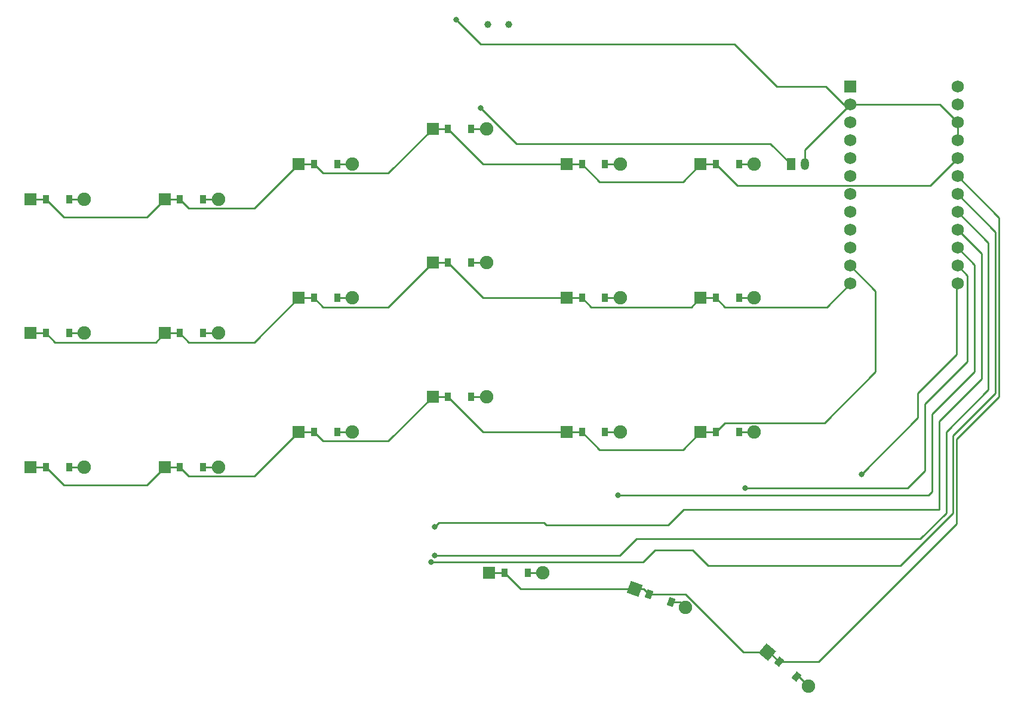
<source format=gbr>
%TF.GenerationSoftware,KiCad,Pcbnew,9.0.3*%
%TF.CreationDate,2025-09-27T17:43:50-06:00*%
%TF.ProjectId,left_connected,6c656674-5f63-46f6-9e6e-65637465642e,v1.0.0*%
%TF.SameCoordinates,Original*%
%TF.FileFunction,Copper,L1,Top*%
%TF.FilePolarity,Positive*%
%FSLAX46Y46*%
G04 Gerber Fmt 4.6, Leading zero omitted, Abs format (unit mm)*
G04 Created by KiCad (PCBNEW 9.0.3) date 2025-09-27 17:43:50*
%MOMM*%
%LPD*%
G01*
G04 APERTURE LIST*
G04 Aperture macros list*
%AMRotRect*
0 Rectangle, with rotation*
0 The origin of the aperture is its center*
0 $1 length*
0 $2 width*
0 $3 Rotation angle, in degrees counterclockwise*
0 Add horizontal line*
21,1,$1,$2,0,0,$3*%
G04 Aperture macros list end*
%TA.AperFunction,WasherPad*%
%ADD10C,1.000000*%
%TD*%
%TA.AperFunction,ComponentPad*%
%ADD11R,1.778000X1.778000*%
%TD*%
%TA.AperFunction,SMDPad,CuDef*%
%ADD12R,0.900000X1.200000*%
%TD*%
%TA.AperFunction,ComponentPad*%
%ADD13C,1.905000*%
%TD*%
%TA.AperFunction,ComponentPad*%
%ADD14RotRect,1.778000X1.778000X340.000000*%
%TD*%
%TA.AperFunction,SMDPad,CuDef*%
%ADD15RotRect,0.900000X1.200000X340.000000*%
%TD*%
%TA.AperFunction,ComponentPad*%
%ADD16R,1.200000X1.700000*%
%TD*%
%TA.AperFunction,ComponentPad*%
%ADD17O,1.200000X1.700000*%
%TD*%
%TA.AperFunction,ComponentPad*%
%ADD18R,1.752600X1.752600*%
%TD*%
%TA.AperFunction,ComponentPad*%
%ADD19C,1.752600*%
%TD*%
%TA.AperFunction,ComponentPad*%
%ADD20RotRect,1.778000X1.778000X320.000000*%
%TD*%
%TA.AperFunction,SMDPad,CuDef*%
%ADD21RotRect,0.900000X1.200000X320.000000*%
%TD*%
%TA.AperFunction,ViaPad*%
%ADD22C,0.800000*%
%TD*%
%TA.AperFunction,Conductor*%
%ADD23C,0.250000*%
%TD*%
G04 APERTURE END LIST*
D10*
%TO.P,T1,*%
%TO.N,*%
X161000000Y-42200000D03*
X164000000Y-42200000D03*
%TD*%
D11*
%TO.P,D9,1*%
%TO.N,P2*%
X134190000Y-62000000D03*
D12*
X136350000Y-62000000D03*
%TO.P,D9,2*%
%TO.N,ring_top*%
X139650000Y-62000000D03*
D13*
X141810000Y-62000000D03*
%TD*%
D11*
%TO.P,D6,1*%
%TO.N,P2*%
X115190000Y-67000000D03*
D12*
X117350000Y-67000000D03*
%TO.P,D6,2*%
%TO.N,pinky_top*%
X120650000Y-67000000D03*
D13*
X122810000Y-67000000D03*
%TD*%
D11*
%TO.P,D5,1*%
%TO.N,P10*%
X115190000Y-86000000D03*
D12*
X117350000Y-86000000D03*
%TO.P,D5,2*%
%TO.N,pinky_home*%
X120650000Y-86000000D03*
D13*
X122810000Y-86000000D03*
%TD*%
D11*
%TO.P,D12,1*%
%TO.N,P2*%
X153190000Y-57000000D03*
D12*
X155350000Y-57000000D03*
%TO.P,D12,2*%
%TO.N,middle_top*%
X158650000Y-57000000D03*
D13*
X160810000Y-57000000D03*
%TD*%
D11*
%TO.P,D1,1*%
%TO.N,P16*%
X96190000Y-105000000D03*
D12*
X98350000Y-105000000D03*
%TO.P,D1,2*%
%TO.N,outer_bottom*%
X101650000Y-105000000D03*
D13*
X103810000Y-105000000D03*
%TD*%
D14*
%TO.P,D20,1*%
%TO.N,P3*%
X181842758Y-122298027D03*
D15*
X183872494Y-123036791D03*
%TO.P,D20,2*%
%TO.N,home_thumb*%
X186973480Y-124165457D03*
D13*
X189003216Y-124904221D03*
%TD*%
D11*
%TO.P,D16,1*%
%TO.N,P16*%
X191190000Y-100000000D03*
D12*
X193350000Y-100000000D03*
%TO.P,D16,2*%
%TO.N,inner_bottom*%
X196650000Y-100000000D03*
D13*
X198810000Y-100000000D03*
%TD*%
D16*
%TO.P,JST1,1*%
%TO.N,pos*%
X204000000Y-62000000D03*
D17*
%TO.P,JST1,2*%
%TO.N,GND*%
X206000000Y-62000000D03*
%TD*%
D11*
%TO.P,D10,1*%
%TO.N,P16*%
X153190000Y-95000000D03*
D12*
X155350000Y-95000000D03*
%TO.P,D10,2*%
%TO.N,middle_bottom*%
X158650000Y-95000000D03*
D13*
X160810000Y-95000000D03*
%TD*%
D11*
%TO.P,D18,1*%
%TO.N,P2*%
X191190000Y-62000000D03*
D12*
X193350000Y-62000000D03*
%TO.P,D18,2*%
%TO.N,inner_top*%
X196650000Y-62000000D03*
D13*
X198810000Y-62000000D03*
%TD*%
D11*
%TO.P,D7,1*%
%TO.N,P16*%
X134190000Y-100000000D03*
D12*
X136350000Y-100000000D03*
%TO.P,D7,2*%
%TO.N,ring_bottom*%
X139650000Y-100000000D03*
D13*
X141810000Y-100000000D03*
%TD*%
D11*
%TO.P,D19,1*%
%TO.N,P3*%
X161190000Y-120000000D03*
D12*
X163350000Y-120000000D03*
%TO.P,D19,2*%
%TO.N,near_thumb*%
X166650000Y-120000000D03*
D13*
X168810000Y-120000000D03*
%TD*%
D18*
%TO.P,MCU1,1*%
%TO.N,RAW*%
X212380000Y-51030000D03*
D19*
%TO.P,MCU1,2*%
%TO.N,GND*%
X212380000Y-53570000D03*
%TO.P,MCU1,3*%
%TO.N,RST*%
X212380000Y-56110000D03*
%TO.P,MCU1,4*%
%TO.N,VCC*%
X212380000Y-58650000D03*
%TO.P,MCU1,5*%
%TO.N,P21*%
X212380000Y-61190000D03*
%TO.P,MCU1,6*%
%TO.N,P20*%
X212380000Y-63730000D03*
%TO.P,MCU1,7*%
%TO.N,P19*%
X212380000Y-66270000D03*
%TO.P,MCU1,8*%
%TO.N,P18*%
X212380000Y-68810000D03*
%TO.P,MCU1,9*%
%TO.N,P15*%
X212380000Y-71350000D03*
%TO.P,MCU1,10*%
%TO.N,P14*%
X212380000Y-73890000D03*
%TO.P,MCU1,11*%
%TO.N,P16*%
X212380000Y-76430000D03*
%TO.P,MCU1,12*%
%TO.N,P10*%
X212380000Y-78970000D03*
%TO.P,MCU1,13*%
%TO.N,P1*%
X227620000Y-51030000D03*
%TO.P,MCU1,14*%
%TO.N,P0*%
X227620000Y-53570000D03*
%TO.P,MCU1,15*%
%TO.N,GND*%
X227620000Y-56110000D03*
%TO.P,MCU1,16*%
X227620000Y-58650000D03*
%TO.P,MCU1,17*%
%TO.N,P2*%
X227620000Y-61190000D03*
%TO.P,MCU1,18*%
%TO.N,P3*%
X227620000Y-63730000D03*
%TO.P,MCU1,19*%
%TO.N,P4*%
X227620000Y-66270000D03*
%TO.P,MCU1,20*%
%TO.N,P5*%
X227620000Y-68810000D03*
%TO.P,MCU1,21*%
%TO.N,P6*%
X227620000Y-71350000D03*
%TO.P,MCU1,22*%
%TO.N,P7*%
X227620000Y-73890000D03*
%TO.P,MCU1,23*%
%TO.N,P8*%
X227620000Y-76430000D03*
%TO.P,MCU1,24*%
%TO.N,P9*%
X227620000Y-78970000D03*
%TD*%
D11*
%TO.P,D14,1*%
%TO.N,P10*%
X172190000Y-81000000D03*
D12*
X174350000Y-81000000D03*
%TO.P,D14,2*%
%TO.N,index_home*%
X177650000Y-81000000D03*
D13*
X179810000Y-81000000D03*
%TD*%
D11*
%TO.P,D3,1*%
%TO.N,P2*%
X96190000Y-67000000D03*
D12*
X98350000Y-67000000D03*
%TO.P,D3,2*%
%TO.N,outer_top*%
X101650000Y-67000000D03*
D13*
X103810000Y-67000000D03*
%TD*%
D11*
%TO.P,D17,1*%
%TO.N,P10*%
X191190000Y-81000000D03*
D12*
X193350000Y-81000000D03*
%TO.P,D17,2*%
%TO.N,inner_home*%
X196650000Y-81000000D03*
D13*
X198810000Y-81000000D03*
%TD*%
D11*
%TO.P,D11,1*%
%TO.N,P10*%
X153190000Y-76000000D03*
D12*
X155350000Y-76000000D03*
%TO.P,D11,2*%
%TO.N,middle_home*%
X158650000Y-76000000D03*
D13*
X160810000Y-76000000D03*
%TD*%
D11*
%TO.P,D13,1*%
%TO.N,P16*%
X172190000Y-100000000D03*
D12*
X174350000Y-100000000D03*
%TO.P,D13,2*%
%TO.N,index_bottom*%
X177650000Y-100000000D03*
D13*
X179810000Y-100000000D03*
%TD*%
D11*
%TO.P,D2,1*%
%TO.N,P10*%
X96190000Y-86000000D03*
D12*
X98350000Y-86000000D03*
%TO.P,D2,2*%
%TO.N,outer_home*%
X101650000Y-86000000D03*
D13*
X103810000Y-86000000D03*
%TD*%
D11*
%TO.P,D15,1*%
%TO.N,P2*%
X172190000Y-62000000D03*
D12*
X174350000Y-62000000D03*
%TO.P,D15,2*%
%TO.N,index_top*%
X177650000Y-62000000D03*
D13*
X179810000Y-62000000D03*
%TD*%
D20*
%TO.P,D21,1*%
%TO.N,P3*%
X200637679Y-131220357D03*
D21*
X202292335Y-132608778D03*
%TO.P,D21,2*%
%TO.N,far_thumb*%
X204820281Y-134729978D03*
D13*
X206474937Y-136118399D03*
%TD*%
D11*
%TO.P,D8,1*%
%TO.N,P10*%
X134190000Y-81000000D03*
D12*
X136350000Y-81000000D03*
%TO.P,D8,2*%
%TO.N,ring_home*%
X139650000Y-81000000D03*
D13*
X141810000Y-81000000D03*
%TD*%
D11*
%TO.P,D4,1*%
%TO.N,P16*%
X115190000Y-105000000D03*
D12*
X117350000Y-105000000D03*
%TO.P,D4,2*%
%TO.N,pinky_bottom*%
X120650000Y-105000000D03*
D13*
X122810000Y-105000000D03*
%TD*%
D22*
%TO.N,P4*%
X153000000Y-118500000D03*
%TO.N,P5*%
X153500000Y-117500000D03*
%TO.N,P6*%
X153500000Y-113500000D03*
%TO.N,P7*%
X179500000Y-109000000D03*
%TO.N,P8*%
X197500000Y-108000000D03*
%TO.N,P9*%
X214000000Y-106000000D03*
%TO.N,GND*%
X156500000Y-41500000D03*
%TO.N,pos*%
X160000000Y-54000000D03*
%TD*%
D23*
%TO.N,P4*%
X227000000Y-111500000D02*
X227000000Y-100500000D01*
X219500000Y-119000000D02*
X227000000Y-111500000D01*
X233000000Y-94500000D02*
X233000000Y-71650000D01*
X184687839Y-116812161D02*
X190064884Y-116812161D01*
X227000000Y-100500000D02*
X233000000Y-94500000D01*
X233000000Y-71650000D02*
X227620000Y-66270000D01*
X192252723Y-119000000D02*
X219500000Y-119000000D01*
X153000000Y-118500000D02*
X183000000Y-118500000D01*
X190064884Y-116812161D02*
X192252723Y-119000000D01*
X183000000Y-118500000D02*
X184687839Y-116812161D01*
%TO.N,outer_bottom*%
X103810000Y-105000000D02*
X101650000Y-105000000D01*
%TO.N,outer_home*%
X101650000Y-86000000D02*
X103810000Y-86000000D01*
%TO.N,outer_top*%
X101650000Y-67000000D02*
X103810000Y-67000000D01*
%TO.N,P5*%
X226000000Y-100000000D02*
X232000000Y-94000000D01*
X182063739Y-115187490D02*
X222312510Y-115187490D01*
X179751229Y-117500000D02*
X182063739Y-115187490D01*
X153500000Y-117500000D02*
X179751229Y-117500000D01*
X226000000Y-111500000D02*
X226000000Y-100000000D01*
X222312510Y-115187490D02*
X226000000Y-111500000D01*
X232000000Y-94000000D02*
X232000000Y-73190000D01*
X232000000Y-73190000D02*
X227620000Y-68810000D01*
%TO.N,pinky_bottom*%
X122810000Y-105000000D02*
X120650000Y-105000000D01*
%TO.N,pinky_home*%
X120650000Y-86000000D02*
X122810000Y-86000000D01*
%TO.N,pinky_top*%
X120650000Y-67000000D02*
X122810000Y-67000000D01*
%TO.N,P6*%
X169304828Y-113207893D02*
X186618639Y-113207893D01*
X231000000Y-74730000D02*
X227620000Y-71350000D01*
X188826532Y-111000000D02*
X225000000Y-111000000D01*
X231000000Y-92500000D02*
X231000000Y-74730000D01*
X154090500Y-112909500D02*
X169006435Y-112909500D01*
X186618639Y-113207893D02*
X188826532Y-111000000D01*
X169006435Y-112909500D02*
X169304828Y-113207893D01*
X225000000Y-111000000D02*
X225000000Y-98500000D01*
X225000000Y-98500000D02*
X231000000Y-92500000D01*
X153500000Y-113500000D02*
X154090500Y-112909500D01*
%TO.N,ring_bottom*%
X141810000Y-100000000D02*
X139650000Y-100000000D01*
%TO.N,ring_home*%
X139650000Y-81000000D02*
X141810000Y-81000000D01*
%TO.N,ring_top*%
X141810000Y-62000000D02*
X139650000Y-62000000D01*
%TO.N,P7*%
X224000000Y-108500000D02*
X224000000Y-97500000D01*
X223500000Y-109000000D02*
X224000000Y-108500000D01*
X230000000Y-76270000D02*
X227620000Y-73890000D01*
X230000000Y-91500000D02*
X230000000Y-76270000D01*
X224000000Y-97500000D02*
X230000000Y-91500000D01*
X179500000Y-109000000D02*
X223500000Y-109000000D01*
%TO.N,middle_bottom*%
X158650000Y-95000000D02*
X160810000Y-95000000D01*
%TO.N,middle_home*%
X160810000Y-76000000D02*
X158650000Y-76000000D01*
%TO.N,middle_top*%
X158650000Y-57000000D02*
X160810000Y-57000000D01*
%TO.N,P8*%
X223000000Y-105500000D02*
X223000000Y-96000000D01*
X229000000Y-90000000D02*
X229000000Y-77810000D01*
X197500000Y-108000000D02*
X220500000Y-108000000D01*
X229000000Y-77810000D02*
X227620000Y-76430000D01*
X220500000Y-108000000D02*
X223000000Y-105500000D01*
X223000000Y-96000000D02*
X229000000Y-90000000D01*
%TO.N,index_bottom*%
X179810000Y-100000000D02*
X177650000Y-100000000D01*
%TO.N,index_home*%
X177650000Y-81000000D02*
X179810000Y-81000000D01*
%TO.N,index_top*%
X179810000Y-62000000D02*
X177650000Y-62000000D01*
%TO.N,P9*%
X222000000Y-98000000D02*
X222000000Y-94500000D01*
X214000000Y-106000000D02*
X222000000Y-98000000D01*
X227500000Y-89000000D02*
X227500000Y-79090000D01*
X222000000Y-94500000D02*
X227500000Y-89000000D01*
X227500000Y-79090000D02*
X227620000Y-78970000D01*
%TO.N,inner_bottom*%
X198810000Y-100000000D02*
X196650000Y-100000000D01*
%TO.N,inner_home*%
X196650000Y-81000000D02*
X198810000Y-81000000D01*
%TO.N,inner_top*%
X198810000Y-62000000D02*
X196650000Y-62000000D01*
%TO.N,near_thumb*%
X166650000Y-120000000D02*
X168810000Y-120000000D01*
%TO.N,home_thumb*%
X186973480Y-124165457D02*
X188264452Y-124165457D01*
X188264452Y-124165457D02*
X189003216Y-124904221D01*
%TO.N,far_thumb*%
X204820281Y-134729978D02*
X205086516Y-134729978D01*
X205086516Y-134729978D02*
X206474937Y-136118399D01*
%TO.N,P16*%
X136350000Y-100000000D02*
X137628500Y-101278500D01*
X98350000Y-105000000D02*
X100876000Y-107526000D01*
X136350000Y-100000000D02*
X134190000Y-100000000D01*
X174350000Y-100000000D02*
X176876000Y-102526000D01*
X208778500Y-98721500D02*
X216000000Y-91500000D01*
X117350000Y-105000000D02*
X118628500Y-106278500D01*
X118628500Y-106278500D02*
X127911500Y-106278500D01*
X153190000Y-95000000D02*
X155350000Y-95000000D01*
X216000000Y-80050000D02*
X212380000Y-76430000D01*
X117350000Y-105000000D02*
X115190000Y-105000000D01*
X96190000Y-105000000D02*
X98350000Y-105000000D01*
X194628500Y-98721500D02*
X208778500Y-98721500D01*
X146911500Y-101278500D02*
X153190000Y-95000000D01*
X137628500Y-101278500D02*
X146911500Y-101278500D01*
X193350000Y-100000000D02*
X191190000Y-100000000D01*
X112664000Y-107526000D02*
X115190000Y-105000000D01*
X216000000Y-91500000D02*
X216000000Y-80050000D01*
X188664000Y-102526000D02*
X191190000Y-100000000D01*
X127911500Y-106278500D02*
X134190000Y-100000000D01*
X193350000Y-100000000D02*
X194628500Y-98721500D01*
X155350000Y-95000000D02*
X160350000Y-100000000D01*
X176876000Y-102526000D02*
X188664000Y-102526000D01*
X174350000Y-100000000D02*
X172190000Y-100000000D01*
X160350000Y-100000000D02*
X172190000Y-100000000D01*
X100876000Y-107526000D02*
X112664000Y-107526000D01*
%TO.N,P10*%
X146911500Y-82278500D02*
X153190000Y-76000000D01*
X175628500Y-82278500D02*
X189911500Y-82278500D01*
X136350000Y-81000000D02*
X137628500Y-82278500D01*
X98350000Y-86000000D02*
X99628500Y-87278500D01*
X96190000Y-86000000D02*
X98350000Y-86000000D01*
X115190000Y-86000000D02*
X117350000Y-86000000D01*
X118628500Y-87278500D02*
X127911500Y-87278500D01*
X193350000Y-81000000D02*
X194628500Y-82278500D01*
X172190000Y-81000000D02*
X174350000Y-81000000D01*
X191190000Y-81000000D02*
X193350000Y-81000000D01*
X113911500Y-87278500D02*
X115190000Y-86000000D01*
X99628500Y-87278500D02*
X113911500Y-87278500D01*
X189911500Y-82278500D02*
X191190000Y-81000000D01*
X155350000Y-76000000D02*
X153190000Y-76000000D01*
X155350000Y-76000000D02*
X160350000Y-81000000D01*
X194628500Y-82278500D02*
X209071500Y-82278500D01*
X134190000Y-81000000D02*
X136350000Y-81000000D01*
X174350000Y-81000000D02*
X175628500Y-82278500D01*
X209071500Y-82278500D02*
X212380000Y-78970000D01*
X137628500Y-82278500D02*
X146911500Y-82278500D01*
X117350000Y-86000000D02*
X118628500Y-87278500D01*
X160350000Y-81000000D02*
X172190000Y-81000000D01*
X127911500Y-87278500D02*
X134190000Y-81000000D01*
%TO.N,P2*%
X146911500Y-63278500D02*
X153190000Y-57000000D01*
X137628500Y-63278500D02*
X146911500Y-63278500D01*
X176876000Y-64526000D02*
X188664000Y-64526000D01*
X115190000Y-67000000D02*
X117350000Y-67000000D01*
X136350000Y-62000000D02*
X134190000Y-62000000D01*
X188664000Y-64526000D02*
X191190000Y-62000000D01*
X196417700Y-65067700D02*
X223742300Y-65067700D01*
X160350000Y-62000000D02*
X172190000Y-62000000D01*
X174350000Y-62000000D02*
X176876000Y-64526000D01*
X155350000Y-57000000D02*
X160350000Y-62000000D01*
X100876000Y-69526000D02*
X112664000Y-69526000D01*
X193350000Y-62000000D02*
X196417700Y-65067700D01*
X118628500Y-68278500D02*
X127911500Y-68278500D01*
X193350000Y-62000000D02*
X191190000Y-62000000D01*
X96190000Y-67000000D02*
X98350000Y-67000000D01*
X117350000Y-67000000D02*
X118628500Y-68278500D01*
X136350000Y-62000000D02*
X137628500Y-63278500D01*
X127911500Y-68278500D02*
X134190000Y-62000000D01*
X112664000Y-69526000D02*
X115190000Y-67000000D01*
X223742300Y-65067700D02*
X227620000Y-61190000D01*
X174350000Y-62000000D02*
X172190000Y-62000000D01*
X98350000Y-67000000D02*
X100876000Y-69526000D01*
X153190000Y-57000000D02*
X155350000Y-57000000D01*
%TO.N,P3*%
X189036791Y-123036791D02*
X197220357Y-131220357D01*
X197220357Y-131220357D02*
X200637679Y-131220357D01*
X233500000Y-95000000D02*
X233500000Y-69610000D01*
X227500000Y-101000000D02*
X233500000Y-95000000D01*
X233500000Y-69610000D02*
X227620000Y-63730000D01*
X183872494Y-123036791D02*
X189036791Y-123036791D01*
X202292335Y-132608778D02*
X207929506Y-132608778D01*
X183133730Y-122298027D02*
X183872494Y-123036791D01*
X227500000Y-113038284D02*
X227500000Y-101000000D01*
X200637679Y-131220357D02*
X200903914Y-131220357D01*
X181842758Y-122298027D02*
X183133730Y-122298027D01*
X165648027Y-122298027D02*
X181842758Y-122298027D01*
X161190000Y-120000000D02*
X163350000Y-120000000D01*
X207929506Y-132608778D02*
X227500000Y-113038284D01*
X163350000Y-120000000D02*
X165648027Y-122298027D01*
X200903914Y-131220357D02*
X202292335Y-132608778D01*
%TO.N,GND*%
X201978040Y-51000000D02*
X208912047Y-51000000D01*
X206000000Y-59950000D02*
X206000000Y-62000000D01*
X212380000Y-53570000D02*
X206000000Y-59950000D01*
X211482047Y-53570000D02*
X212380000Y-53570000D01*
X225080000Y-53570000D02*
X227620000Y-56110000D01*
X156500000Y-41500000D02*
X160000000Y-45000000D01*
X160000000Y-45000000D02*
X195978040Y-45000000D01*
X212380000Y-53570000D02*
X225080000Y-53570000D01*
X227620000Y-56110000D02*
X227620000Y-58650000D01*
X195978040Y-45000000D02*
X201978040Y-51000000D01*
X208912047Y-51000000D02*
X211482047Y-53570000D01*
%TO.N,pos*%
X160000000Y-54000000D02*
X165090500Y-59090500D01*
X201090500Y-59090500D02*
X204000000Y-62000000D01*
X165090500Y-59090500D02*
X201090500Y-59090500D01*
%TD*%
M02*

</source>
